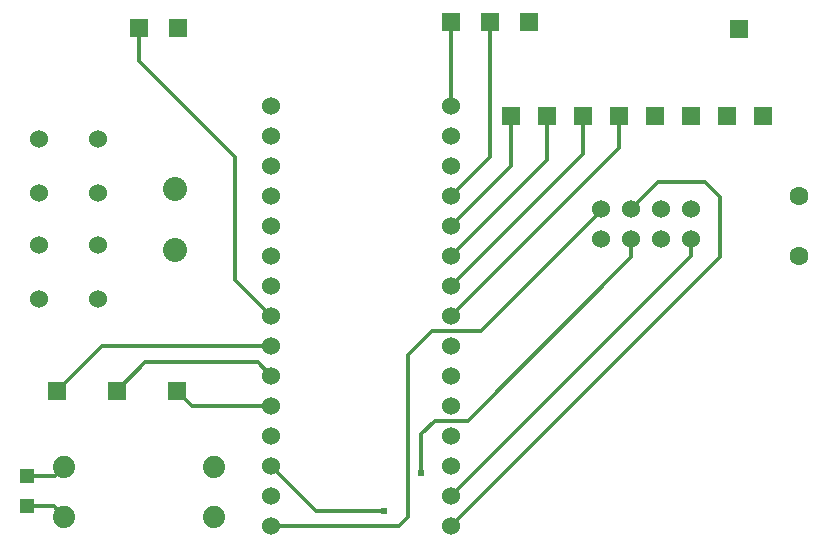
<source format=gtl>
G04 Layer: TopLayer*
G04 EasyEDA v6.4.25, 2021-11-30T23:27:12--6:00*
G04 4631042daed448b99cc0a23d656375e8,06444aca9169495d970130cf6b44ba93,10*
G04 Gerber Generator version 0.2*
G04 Scale: 100 percent, Rotated: No, Reflected: No *
G04 Dimensions in millimeters *
G04 leading zeros omitted , absolute positions ,4 integer and 5 decimal *
%FSLAX45Y45*%
%MOMM*%

%ADD11C,0.3000*%
%ADD12C,0.6096*%
%ADD13R,1.2116X1.2116*%
%ADD14C,1.5240*%
%ADD15C,1.8796*%
%ADD16C,2.0320*%
%ADD17R,1.5748X1.5748*%
%ADD18C,1.6000*%

%LPD*%
D11*
X7797800Y7416800D02*
G01*
X7797800Y7277100D01*
X6413500Y5892800D01*
X6134100Y5892800D01*
X7543800Y7670800D02*
G01*
X6527800Y6654800D01*
X6108700Y6654800D01*
X5905500Y6451600D01*
X5905500Y5080000D01*
X5829300Y5003800D01*
X4749800Y5003800D01*
X6273800Y8559800D02*
G01*
X6273800Y9271000D01*
X4749800Y5511800D02*
G01*
X5130800Y5130800D01*
X5702300Y5130800D01*
X6134100Y5892800D02*
G01*
X6019800Y5778500D01*
X6019800Y5448300D01*
X8305800Y7416800D02*
G01*
X8305800Y7289800D01*
X6273800Y5257800D01*
X6604000Y9271000D02*
G01*
X6604000Y8128000D01*
X6273800Y7797800D01*
X7696200Y8470900D02*
G01*
X7696200Y8204200D01*
X6273800Y6781800D01*
X7391400Y8470900D02*
G01*
X7391400Y8153400D01*
X6273800Y7035800D01*
X7086600Y8470900D02*
G01*
X7086600Y8102600D01*
X6273800Y7289800D01*
X6781800Y8470900D02*
G01*
X6781800Y8051800D01*
X6273800Y7543800D01*
X2997200Y5080000D02*
G01*
X2908300Y5168900D01*
X2679700Y5168900D01*
X2997200Y5499100D02*
G01*
X2921000Y5422900D01*
X2679700Y5422900D01*
X3441700Y6146800D02*
G01*
X3683000Y6388100D01*
X4635500Y6388100D01*
X4749800Y6273800D01*
X3949700Y6146800D02*
G01*
X4076700Y6019800D01*
X4749800Y6019800D01*
X2933700Y6146800D02*
G01*
X3314700Y6527800D01*
X4749800Y6527800D01*
X3632200Y9220200D02*
G01*
X3632200Y8940800D01*
X4445000Y8128000D01*
X4445000Y7086600D01*
X4749800Y6781800D01*
X7797800Y7683500D02*
G01*
X8026400Y7912100D01*
X8420100Y7912100D01*
X8547100Y7785100D01*
X8547100Y7277100D01*
X6273800Y5003800D01*
D13*
G01*
X2679700Y5168900D03*
G01*
X2679700Y5422900D03*
D14*
G01*
X3285236Y7823200D03*
G01*
X2785363Y7823200D03*
G01*
X3285236Y6921500D03*
G01*
X2785363Y6921500D03*
G01*
X2785363Y8280400D03*
G01*
X3285236Y8280400D03*
G01*
X2785363Y7378700D03*
G01*
X3285236Y7378700D03*
D15*
G01*
X2997200Y5499100D03*
G01*
X4267200Y5499100D03*
G01*
X2997200Y5080000D03*
G01*
X4267200Y5080000D03*
D14*
G01*
X4749800Y8559800D03*
G01*
X4749800Y8305800D03*
G01*
X4749800Y8051800D03*
G01*
X4749800Y7797800D03*
G01*
X4749800Y7543800D03*
G01*
X4749800Y7289800D03*
G01*
X4749800Y7035800D03*
G01*
X4749800Y6781800D03*
G01*
X4749800Y6527800D03*
G01*
X4749800Y6273800D03*
G01*
X4749800Y6019800D03*
G01*
X4749800Y5765800D03*
G01*
X4749800Y5511800D03*
G01*
X4749800Y5257800D03*
G01*
X4749800Y5003800D03*
G01*
X6273800Y5003800D03*
G01*
X6273800Y5257800D03*
G01*
X6273800Y5511800D03*
G01*
X6273800Y5765800D03*
G01*
X6273800Y6019800D03*
G01*
X6273800Y6273800D03*
G01*
X6273800Y6527800D03*
G01*
X6273800Y6781800D03*
G01*
X6273800Y7035800D03*
G01*
X6273800Y7289800D03*
G01*
X6273800Y7543800D03*
G01*
X6273800Y7797800D03*
G01*
X6273800Y8051800D03*
G01*
X6273800Y8305800D03*
G01*
X6273800Y8559800D03*
D16*
G01*
X3937000Y7852663D03*
G01*
X3937000Y7336536D03*
D17*
G01*
X6604000Y9271000D03*
G01*
X8915400Y8470900D03*
G01*
X8610600Y8470900D03*
G01*
X8305800Y8470900D03*
G01*
X8001000Y8470900D03*
G01*
X7696200Y8470900D03*
G01*
X7391400Y8470900D03*
G01*
X7086600Y8470900D03*
G01*
X6781800Y8470900D03*
G01*
X2933700Y6146800D03*
G01*
X3441700Y6146800D03*
G01*
X3949700Y6146800D03*
G01*
X8712200Y9207500D03*
G01*
X3632200Y9220200D03*
G01*
X3962400Y9220200D03*
G01*
X6934200Y9271000D03*
G01*
X6273800Y9271000D03*
D18*
G01*
X9220200Y7289800D03*
G01*
X9220200Y7797800D03*
D14*
G01*
X7543800Y7429500D03*
G01*
X7797800Y7429500D03*
G01*
X8051800Y7429500D03*
G01*
X8305800Y7429500D03*
G01*
X7543800Y7683500D03*
G01*
X7797800Y7683500D03*
G01*
X8051800Y7683500D03*
G01*
X8305800Y7683500D03*
D12*
G01*
X6019800Y5448300D03*
G01*
X5702300Y5130800D03*
M02*

</source>
